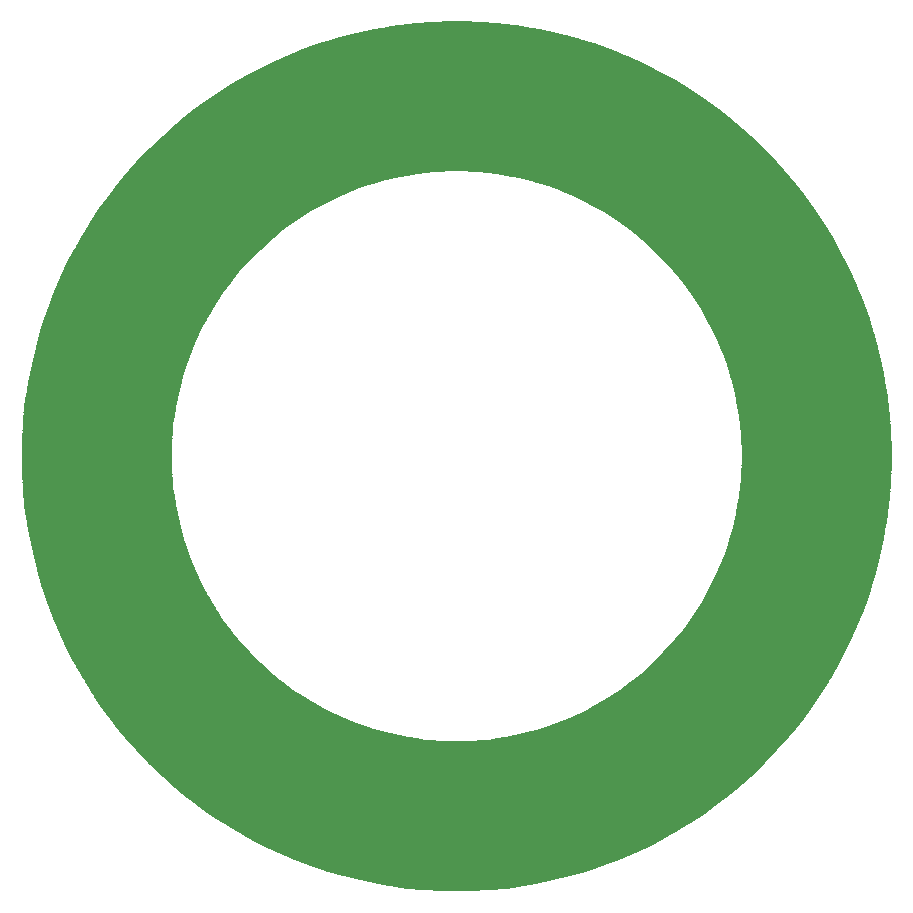
<source format=gbs>
G75*
%MOIN*%
%OFA0B0*%
%FSLAX25Y25*%
%IPPOS*%
%LPD*%
%AMOC8*
5,1,8,0,0,1.08239X$1,22.5*
%
%ADD10C,0.50000*%
D10*
X0066250Y0186250D02*
X0066286Y0189195D01*
X0066395Y0192138D01*
X0066575Y0195078D01*
X0066828Y0198012D01*
X0067152Y0200939D01*
X0067549Y0203858D01*
X0068017Y0206765D01*
X0068556Y0209661D01*
X0069166Y0212542D01*
X0069846Y0215408D01*
X0070597Y0218256D01*
X0071417Y0221084D01*
X0072307Y0223892D01*
X0073265Y0226677D01*
X0074291Y0229437D01*
X0075384Y0232172D01*
X0076545Y0234879D01*
X0077771Y0237557D01*
X0079063Y0240203D01*
X0080419Y0242818D01*
X0081840Y0245398D01*
X0083323Y0247942D01*
X0084868Y0250450D01*
X0086474Y0252918D01*
X0088140Y0255347D01*
X0089865Y0257734D01*
X0091648Y0260078D01*
X0093489Y0262377D01*
X0095385Y0264631D01*
X0097336Y0266837D01*
X0099340Y0268995D01*
X0101397Y0271103D01*
X0103505Y0273160D01*
X0105663Y0275164D01*
X0107869Y0277115D01*
X0110123Y0279011D01*
X0112422Y0280852D01*
X0114766Y0282635D01*
X0117153Y0284360D01*
X0119582Y0286026D01*
X0122050Y0287632D01*
X0124558Y0289177D01*
X0127102Y0290660D01*
X0129682Y0292081D01*
X0132297Y0293437D01*
X0134943Y0294729D01*
X0137621Y0295955D01*
X0140328Y0297116D01*
X0143063Y0298209D01*
X0145823Y0299235D01*
X0148608Y0300193D01*
X0151416Y0301083D01*
X0154244Y0301903D01*
X0157092Y0302654D01*
X0159958Y0303334D01*
X0162839Y0303944D01*
X0165735Y0304483D01*
X0168642Y0304951D01*
X0171561Y0305348D01*
X0174488Y0305672D01*
X0177422Y0305925D01*
X0180362Y0306105D01*
X0183305Y0306214D01*
X0186250Y0306250D01*
X0189195Y0306214D01*
X0192138Y0306105D01*
X0195078Y0305925D01*
X0198012Y0305672D01*
X0200939Y0305348D01*
X0203858Y0304951D01*
X0206765Y0304483D01*
X0209661Y0303944D01*
X0212542Y0303334D01*
X0215408Y0302654D01*
X0218256Y0301903D01*
X0221084Y0301083D01*
X0223892Y0300193D01*
X0226677Y0299235D01*
X0229437Y0298209D01*
X0232172Y0297116D01*
X0234879Y0295955D01*
X0237557Y0294729D01*
X0240203Y0293437D01*
X0242818Y0292081D01*
X0245398Y0290660D01*
X0247942Y0289177D01*
X0250450Y0287632D01*
X0252918Y0286026D01*
X0255347Y0284360D01*
X0257734Y0282635D01*
X0260078Y0280852D01*
X0262377Y0279011D01*
X0264631Y0277115D01*
X0266837Y0275164D01*
X0268995Y0273160D01*
X0271103Y0271103D01*
X0273160Y0268995D01*
X0275164Y0266837D01*
X0277115Y0264631D01*
X0279011Y0262377D01*
X0280852Y0260078D01*
X0282635Y0257734D01*
X0284360Y0255347D01*
X0286026Y0252918D01*
X0287632Y0250450D01*
X0289177Y0247942D01*
X0290660Y0245398D01*
X0292081Y0242818D01*
X0293437Y0240203D01*
X0294729Y0237557D01*
X0295955Y0234879D01*
X0297116Y0232172D01*
X0298209Y0229437D01*
X0299235Y0226677D01*
X0300193Y0223892D01*
X0301083Y0221084D01*
X0301903Y0218256D01*
X0302654Y0215408D01*
X0303334Y0212542D01*
X0303944Y0209661D01*
X0304483Y0206765D01*
X0304951Y0203858D01*
X0305348Y0200939D01*
X0305672Y0198012D01*
X0305925Y0195078D01*
X0306105Y0192138D01*
X0306214Y0189195D01*
X0306250Y0186250D01*
X0306214Y0183305D01*
X0306105Y0180362D01*
X0305925Y0177422D01*
X0305672Y0174488D01*
X0305348Y0171561D01*
X0304951Y0168642D01*
X0304483Y0165735D01*
X0303944Y0162839D01*
X0303334Y0159958D01*
X0302654Y0157092D01*
X0301903Y0154244D01*
X0301083Y0151416D01*
X0300193Y0148608D01*
X0299235Y0145823D01*
X0298209Y0143063D01*
X0297116Y0140328D01*
X0295955Y0137621D01*
X0294729Y0134943D01*
X0293437Y0132297D01*
X0292081Y0129682D01*
X0290660Y0127102D01*
X0289177Y0124558D01*
X0287632Y0122050D01*
X0286026Y0119582D01*
X0284360Y0117153D01*
X0282635Y0114766D01*
X0280852Y0112422D01*
X0279011Y0110123D01*
X0277115Y0107869D01*
X0275164Y0105663D01*
X0273160Y0103505D01*
X0271103Y0101397D01*
X0268995Y0099340D01*
X0266837Y0097336D01*
X0264631Y0095385D01*
X0262377Y0093489D01*
X0260078Y0091648D01*
X0257734Y0089865D01*
X0255347Y0088140D01*
X0252918Y0086474D01*
X0250450Y0084868D01*
X0247942Y0083323D01*
X0245398Y0081840D01*
X0242818Y0080419D01*
X0240203Y0079063D01*
X0237557Y0077771D01*
X0234879Y0076545D01*
X0232172Y0075384D01*
X0229437Y0074291D01*
X0226677Y0073265D01*
X0223892Y0072307D01*
X0221084Y0071417D01*
X0218256Y0070597D01*
X0215408Y0069846D01*
X0212542Y0069166D01*
X0209661Y0068556D01*
X0206765Y0068017D01*
X0203858Y0067549D01*
X0200939Y0067152D01*
X0198012Y0066828D01*
X0195078Y0066575D01*
X0192138Y0066395D01*
X0189195Y0066286D01*
X0186250Y0066250D01*
X0183305Y0066286D01*
X0180362Y0066395D01*
X0177422Y0066575D01*
X0174488Y0066828D01*
X0171561Y0067152D01*
X0168642Y0067549D01*
X0165735Y0068017D01*
X0162839Y0068556D01*
X0159958Y0069166D01*
X0157092Y0069846D01*
X0154244Y0070597D01*
X0151416Y0071417D01*
X0148608Y0072307D01*
X0145823Y0073265D01*
X0143063Y0074291D01*
X0140328Y0075384D01*
X0137621Y0076545D01*
X0134943Y0077771D01*
X0132297Y0079063D01*
X0129682Y0080419D01*
X0127102Y0081840D01*
X0124558Y0083323D01*
X0122050Y0084868D01*
X0119582Y0086474D01*
X0117153Y0088140D01*
X0114766Y0089865D01*
X0112422Y0091648D01*
X0110123Y0093489D01*
X0107869Y0095385D01*
X0105663Y0097336D01*
X0103505Y0099340D01*
X0101397Y0101397D01*
X0099340Y0103505D01*
X0097336Y0105663D01*
X0095385Y0107869D01*
X0093489Y0110123D01*
X0091648Y0112422D01*
X0089865Y0114766D01*
X0088140Y0117153D01*
X0086474Y0119582D01*
X0084868Y0122050D01*
X0083323Y0124558D01*
X0081840Y0127102D01*
X0080419Y0129682D01*
X0079063Y0132297D01*
X0077771Y0134943D01*
X0076545Y0137621D01*
X0075384Y0140328D01*
X0074291Y0143063D01*
X0073265Y0145823D01*
X0072307Y0148608D01*
X0071417Y0151416D01*
X0070597Y0154244D01*
X0069846Y0157092D01*
X0069166Y0159958D01*
X0068556Y0162839D01*
X0068017Y0165735D01*
X0067549Y0168642D01*
X0067152Y0171561D01*
X0066828Y0174488D01*
X0066575Y0177422D01*
X0066395Y0180362D01*
X0066286Y0183305D01*
X0066250Y0186250D01*
M02*

</source>
